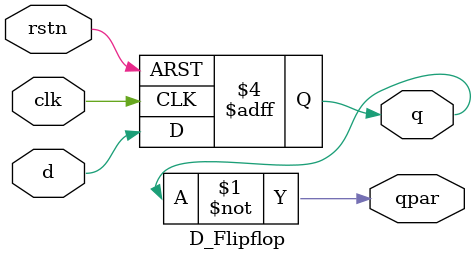
<source format=v>
module D_Flipflop(d,rstn,clk,q,qpar);
input d,rstn,clk;
output reg q;
output qpar;
assign qpar = ~q ;
    always @(posedge clk or negedge rstn) begin
	    if (~rstn) 
	        q<=0;	
	    else  
	        q<=d;	
    end
endmodule
</source>
